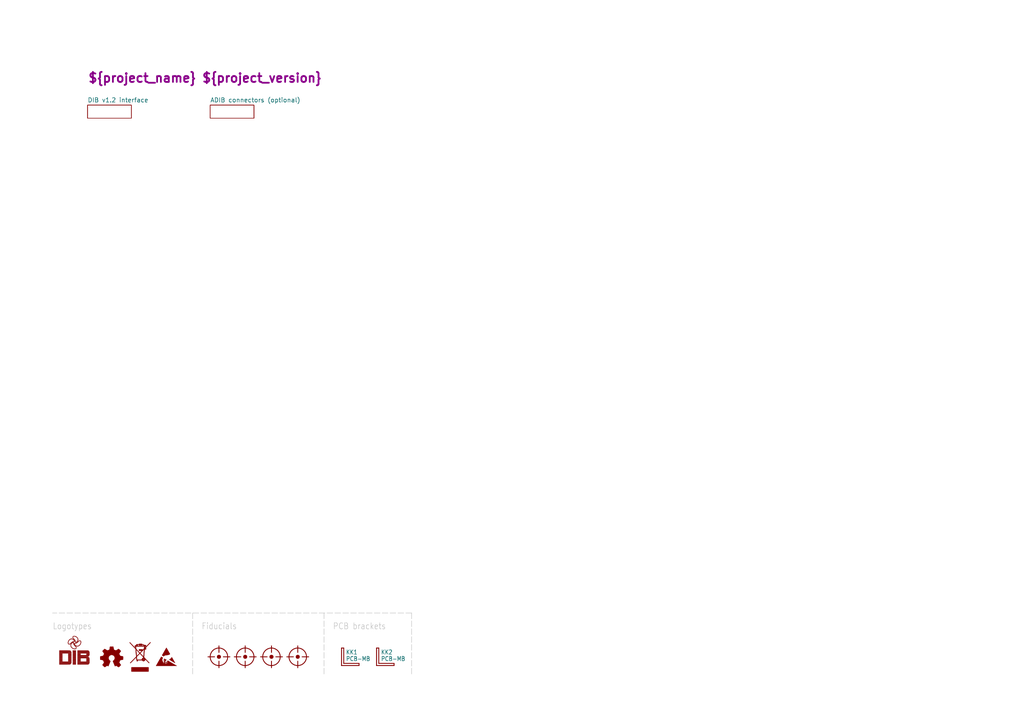
<source format=kicad_sch>
(kicad_sch (version 20231120) (generator "eeschema") (generator_version "8.0")
  (paper "A4")
  (title_block (title "${project_name}") (date "2024-12-15") (rev "${project_version}") (company "${project_creator}") (comment 1 "${project_url}") (comment 2 "${project_info}"))
  (lib_symbols
    (symbol "PCM_EEZ_symbols:EEZ DIB logo" (pin_names (offset 1.016)) (in_bom no))
    (symbol "PCM_EEZ_symbols:ESD logo" (pin_names (offset 1.016)) (in_bom no))
    (symbol "PCM_EEZ_symbols:FIDUCIAL" (in_bom no))
    (symbol "PCM_EEZ_symbols:Open HW logo" (pin_names (offset 1.016)) (in_bom no))
    (symbol "PCM_EEZ_symbols:WEEE logo" (pin_names (offset 1.016)) (in_bom no))
    (symbol "PCM_EEZ_unsorted:PCB-MB-01"
      (property "Reference" "KK" (at 1.27 3.175 0))
      (property "Value" "PCB-MB-01" (at 1.27 1.27 0))
    )
  )
  (polyline (pts (xy 119.38 177.8) (xy 15.24 177.8)) (stroke (width 0.1524) (type dash) (color 194 194 194 1)))
  (polyline (pts (xy 55.88 177.8) (xy 55.88 195.58)) (stroke (width 0.1524) (type dash) (color 194 194 194 1)))
  (polyline (pts (xy 93.98 177.8) (xy 93.98 195.58)) (stroke (width 0.1524) (type dash) (color 194 194 194 1)))
  (polyline (pts (xy 119.38 177.8) (xy 119.38 195.58)) (stroke (width 0.1524) (type dash) (color 194 194 194 1)))
  (text "${project_name} ${project_version}" (at 25.4 22.86 0) (effects (font (size 2.54 2.54) (thickness 0.508) (bold yes)) (justify left)))
  (text "PCB brackets" (at 96.52 182.88 0) (effects (font (size 1.778 1.5113)) (justify left bottom)))
  (text "Logotypes" (at 15.24 182.88 0) (effects (font (size 1.778 1.5113)) (justify left bottom)))
  (text "Fiducials" (at 58.42 182.88 0) (effects (font (size 1.778 1.5113)) (justify left bottom)))
  (symbol (lib_id "PCM_EEZ_symbols:FIDUCIAL") (at 71.12 190.5 0) (unit 1) (in_bom no)
    (property "Reference" "FM2" (effects (hide yes)))
    (property "Value" "FIDUCIAL_2" (effects (hide yes)))
    (property "Footprint" "PCM_EEZ_SMD:Fiducial" (effects (hide yes)))
  )
  (symbol (lib_id "PCM_EEZ_unsorted:PCB-MB-01") (at 99.06 193.04 0) (unit 1)
    (property "Reference" "KK1" (at 100.33 189.865 0) (effects (font (size 1.27 1.0795)) (justify left bottom)))
    (property "Value" "PCB-MB" (at 100.33 191.77 0) (effects (font (size 1.27 1.0795)) (justify left bottom)))
    (property "Footprint" "PCM_EEZ_unsorted:PCB-MB-01" (effects (hide yes)))
    (property "DigiKey" "RPC1760-ND" (effects (hide yes)))
    (property "Mouser" "144-PCB-MB-01 " (effects (hide yes)))
    (property "TME" "RI-PCB-MB-01" (effects (hide yes)))
  )
  (symbol (lib_id "PCM_EEZ_symbols:Open HW logo") (at 32.385 190.5 0) (unit 1) (in_bom no)
    (property "Reference" "LOGO2" (effects (hide yes)))
    (property "Value" "Open HW logo" (effects (hide yes)))
    (property "Footprint" "PCM_EEZ_unsorted:Open HW logo" (effects (hide yes)))
  )
  (symbol (lib_id "PCM_EEZ_symbols:EEZ DIB logo") (at 21.59 188.595 0) (unit 1) (in_bom no)
    (property "Reference" "LOGO1" (effects (hide yes)))
    (property "Value" "EEZ DIB logo" (effects (hide yes)))
    (property "Footprint" "PCM_EEZ_unsorted:EEZ DIB logo (9mm)" (effects (hide yes)))
  )
  (symbol (lib_id "PCM_EEZ_symbols:ESD logo") (at 48.26 190.5 0) (unit 1) (in_bom no)
    (property "Reference" "LOGO4" (effects (hide yes)))
    (property "Value" "ESD logo" (effects (hide yes)))
    (property "Footprint" "PCM_EEZ_unsorted:ESD  logo" (effects (hide yes)))
  )
  (symbol (lib_id "PCM_EEZ_symbols:FIDUCIAL") (at 63.5 190.5 0) (unit 1) (in_bom no)
    (property "Reference" "FM1" (effects (hide yes)))
    (property "Value" "FIDUCIAL_2" (effects (hide yes)))
    (property "Footprint" "PCM_EEZ_SMD:Fiducial" (effects (hide yes)))
  )
  (symbol (lib_id "PCM_EEZ_symbols:FIDUCIAL") (at 86.36 190.5 0) (unit 1) (in_bom no)
    (property "Reference" "FM4" (effects (hide yes)))
    (property "Value" "FIDUCIAL_2" (effects (hide yes)))
    (property "Footprint" "PCM_EEZ_SMD:Fiducial" (effects (hide yes)))
  )
  (symbol (lib_id "PCM_EEZ_unsorted:PCB-MB-01") (at 109.22 193.04 0) (unit 1)
    (property "Reference" "KK2" (at 110.49 189.865 0) (effects (font (size 1.27 1.0795)) (justify left bottom)))
    (property "Value" "PCB-MB" (at 110.49 191.77 0) (effects (font (size 1.27 1.0795)) (justify left bottom)))
    (property "Footprint" "PCM_EEZ_unsorted:PCB-MB-01" (effects (hide yes)))
    (property "DigiKey" "RPC1760-ND" (effects (hide yes)))
    (property "Mouser" "144-PCB-MB-01 " (effects (hide yes)))
    (property "TME" "RI-PCB-MB-01" (effects (hide yes)))
  )
  (symbol (lib_id "PCM_EEZ_symbols:WEEE logo") (at 40.64 190.5 0) (unit 1) (in_bom no)
    (property "Reference" "LOGO3" (effects (hide yes)))
    (property "Value" "WEEE logo" (effects (hide yes)))
    (property "Footprint" "PCM_EEZ_unsorted:WEEE logo" (effects (hide yes)))
  )
  (symbol (lib_id "PCM_EEZ_symbols:FIDUCIAL") (at 78.74 190.5 0) (unit 1) (in_bom no)
    (property "Reference" "FM3" (effects (hide yes)))
    (property "Value" "FIDUCIAL_2" (effects (hide yes)))
    (property "Footprint" "PCM_EEZ_SMD:Fiducial" (effects (hide yes)))
  )
  (sheet (at 60.96 30.48) (size 12.7 3.81)
    (property "Sheetname" "ADIB connectors (optional)" (at 60.96 29.7684 0) (effects (justify left bottom)))
    (property "Sheetfile" "ADIB.kicad_sch" (effects (hide yes)))
  )
  (sheet (at 25.4 30.48) (size 12.7 3.81)
    (property "Sheetname" "DIB v1.2 interface" (at 25.4 29.7684 0) (effects (justify left bottom)))
    (property "Sheetfile" "DIB_interface.kicad_sch" (effects (hide yes)))
  )
)
</source>
